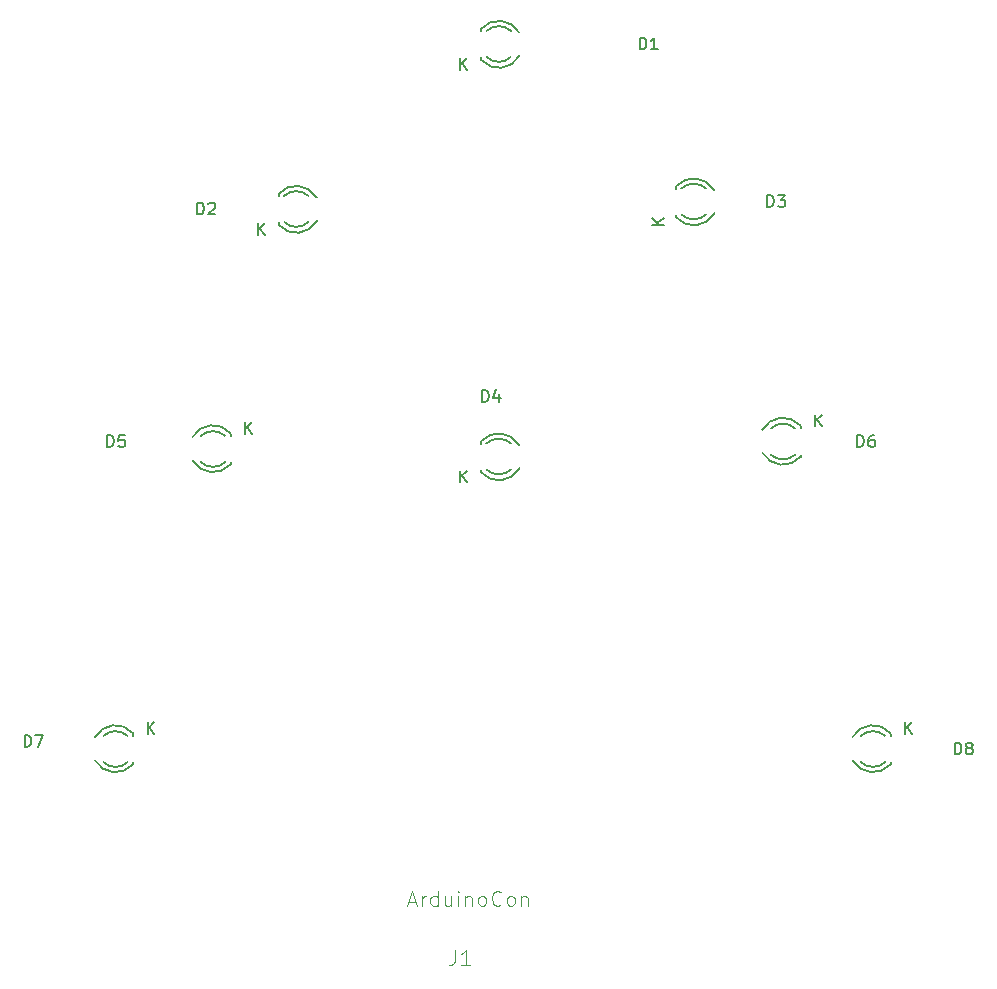
<source format=gto>
G04 #@! TF.FileFunction,Legend,Top*
%FSLAX46Y46*%
G04 Gerber Fmt 4.6, Leading zero omitted, Abs format (unit mm)*
G04 Created by KiCad (PCBNEW 4.0.1-stable) date 27/05/2016 22:40:19*
%MOMM*%
G01*
G04 APERTURE LIST*
%ADD10C,0.100000*%
%ADD11C,0.150000*%
%ADD12C,0.088900*%
G04 APERTURE END LIST*
D10*
D11*
X105211000Y-42589000D02*
X105211000Y-42389000D01*
X105211000Y-39995000D02*
X105211000Y-40175000D01*
X108438744Y-40305357D02*
G75*
G03X105211000Y-39989000I-1727744J-1003643D01*
G01*
X107763006Y-40175932D02*
G75*
G03X105660000Y-40175000I-1052006J-1133068D01*
G01*
X105223780Y-42615726D02*
G75*
G03X108461000Y-42269000I1497220J1306726D01*
G01*
X105697111Y-42388253D02*
G75*
G03X107745000Y-42369000I1013889J1079253D01*
G01*
X88066000Y-56559000D02*
X88066000Y-56359000D01*
X88066000Y-53965000D02*
X88066000Y-54145000D01*
X91293744Y-54275357D02*
G75*
G03X88066000Y-53959000I-1727744J-1003643D01*
G01*
X90618006Y-54145932D02*
G75*
G03X88515000Y-54145000I-1052006J-1133068D01*
G01*
X88078780Y-56585726D02*
G75*
G03X91316000Y-56239000I1497220J1306726D01*
G01*
X88552111Y-56358253D02*
G75*
G03X90600000Y-56339000I1013889J1079253D01*
G01*
X121721000Y-55924000D02*
X121721000Y-55724000D01*
X121721000Y-53330000D02*
X121721000Y-53510000D01*
X124948744Y-53640357D02*
G75*
G03X121721000Y-53324000I-1727744J-1003643D01*
G01*
X124273006Y-53510932D02*
G75*
G03X122170000Y-53510000I-1052006J-1133068D01*
G01*
X121733780Y-55950726D02*
G75*
G03X124971000Y-55604000I1497220J1306726D01*
G01*
X122207111Y-55723253D02*
G75*
G03X124255000Y-55704000I1013889J1079253D01*
G01*
X105211000Y-77514000D02*
X105211000Y-77314000D01*
X105211000Y-74920000D02*
X105211000Y-75100000D01*
X108438744Y-75230357D02*
G75*
G03X105211000Y-74914000I-1727744J-1003643D01*
G01*
X107763006Y-75100932D02*
G75*
G03X105660000Y-75100000I-1052006J-1133068D01*
G01*
X105223780Y-77540726D02*
G75*
G03X108461000Y-77194000I1497220J1306726D01*
G01*
X105697111Y-77313253D02*
G75*
G03X107745000Y-77294000I1013889J1079253D01*
G01*
X84019000Y-74251000D02*
X84019000Y-74451000D01*
X84019000Y-76845000D02*
X84019000Y-76665000D01*
X80791256Y-76534643D02*
G75*
G03X84019000Y-76851000I1727744J1003643D01*
G01*
X81466994Y-76664068D02*
G75*
G03X83570000Y-76665000I1052006J1133068D01*
G01*
X84006220Y-74224274D02*
G75*
G03X80769000Y-74571000I-1497220J-1306726D01*
G01*
X83532889Y-74451747D02*
G75*
G03X81485000Y-74471000I-1013889J-1079253D01*
G01*
X132279000Y-73616000D02*
X132279000Y-73816000D01*
X132279000Y-76210000D02*
X132279000Y-76030000D01*
X129051256Y-75899643D02*
G75*
G03X132279000Y-76216000I1727744J1003643D01*
G01*
X129726994Y-76029068D02*
G75*
G03X131830000Y-76030000I1052006J1133068D01*
G01*
X132266220Y-73589274D02*
G75*
G03X129029000Y-73936000I-1497220J-1306726D01*
G01*
X131792889Y-73816747D02*
G75*
G03X129745000Y-73836000I-1013889J-1079253D01*
G01*
X75764000Y-99651000D02*
X75764000Y-99851000D01*
X75764000Y-102245000D02*
X75764000Y-102065000D01*
X72536256Y-101934643D02*
G75*
G03X75764000Y-102251000I1727744J1003643D01*
G01*
X73211994Y-102064068D02*
G75*
G03X75315000Y-102065000I1052006J1133068D01*
G01*
X75751220Y-99624274D02*
G75*
G03X72514000Y-99971000I-1497220J-1306726D01*
G01*
X75277889Y-99851747D02*
G75*
G03X73230000Y-99871000I-1013889J-1079253D01*
G01*
X139899000Y-99651000D02*
X139899000Y-99851000D01*
X139899000Y-102245000D02*
X139899000Y-102065000D01*
X136671256Y-101934643D02*
G75*
G03X139899000Y-102251000I1727744J1003643D01*
G01*
X137346994Y-102064068D02*
G75*
G03X139450000Y-102065000I1052006J1133068D01*
G01*
X139886220Y-99624274D02*
G75*
G03X136649000Y-99971000I-1497220J-1306726D01*
G01*
X139412889Y-99851747D02*
G75*
G03X137365000Y-99871000I-1013889J-1079253D01*
G01*
D12*
X103005467Y-117973324D02*
X103005467Y-118880467D01*
X102944991Y-119061895D01*
X102824039Y-119182848D01*
X102642610Y-119243324D01*
X102521658Y-119243324D01*
X104275467Y-119243324D02*
X103549753Y-119243324D01*
X103912610Y-119243324D02*
X103912610Y-117973324D01*
X103791658Y-118154752D01*
X103670705Y-118275705D01*
X103549753Y-118336181D01*
X99060000Y-113876667D02*
X99664762Y-113876667D01*
X98939047Y-114239524D02*
X99362381Y-112969524D01*
X99785714Y-114239524D01*
X100209047Y-114239524D02*
X100209047Y-113392857D01*
X100209047Y-113634762D02*
X100269523Y-113513810D01*
X100329999Y-113453333D01*
X100450952Y-113392857D01*
X100571904Y-113392857D01*
X101539523Y-114239524D02*
X101539523Y-112969524D01*
X101539523Y-114179048D02*
X101418570Y-114239524D01*
X101176666Y-114239524D01*
X101055713Y-114179048D01*
X100995237Y-114118571D01*
X100934761Y-113997619D01*
X100934761Y-113634762D01*
X100995237Y-113513810D01*
X101055713Y-113453333D01*
X101176666Y-113392857D01*
X101418570Y-113392857D01*
X101539523Y-113453333D01*
X102688571Y-113392857D02*
X102688571Y-114239524D01*
X102144285Y-113392857D02*
X102144285Y-114058095D01*
X102204761Y-114179048D01*
X102325714Y-114239524D01*
X102507142Y-114239524D01*
X102628094Y-114179048D01*
X102688571Y-114118571D01*
X103293333Y-114239524D02*
X103293333Y-113392857D01*
X103293333Y-112969524D02*
X103232857Y-113030000D01*
X103293333Y-113090476D01*
X103353809Y-113030000D01*
X103293333Y-112969524D01*
X103293333Y-113090476D01*
X103898095Y-113392857D02*
X103898095Y-114239524D01*
X103898095Y-113513810D02*
X103958571Y-113453333D01*
X104079524Y-113392857D01*
X104260952Y-113392857D01*
X104381904Y-113453333D01*
X104442381Y-113574286D01*
X104442381Y-114239524D01*
X105228572Y-114239524D02*
X105107619Y-114179048D01*
X105047143Y-114118571D01*
X104986667Y-113997619D01*
X104986667Y-113634762D01*
X105047143Y-113513810D01*
X105107619Y-113453333D01*
X105228572Y-113392857D01*
X105410000Y-113392857D01*
X105530952Y-113453333D01*
X105591429Y-113513810D01*
X105651905Y-113634762D01*
X105651905Y-113997619D01*
X105591429Y-114118571D01*
X105530952Y-114179048D01*
X105410000Y-114239524D01*
X105228572Y-114239524D01*
X106921905Y-114118571D02*
X106861429Y-114179048D01*
X106680000Y-114239524D01*
X106559048Y-114239524D01*
X106377620Y-114179048D01*
X106256667Y-114058095D01*
X106196191Y-113937143D01*
X106135715Y-113695238D01*
X106135715Y-113513810D01*
X106196191Y-113271905D01*
X106256667Y-113150952D01*
X106377620Y-113030000D01*
X106559048Y-112969524D01*
X106680000Y-112969524D01*
X106861429Y-113030000D01*
X106921905Y-113090476D01*
X107647620Y-114239524D02*
X107526667Y-114179048D01*
X107466191Y-114118571D01*
X107405715Y-113997619D01*
X107405715Y-113634762D01*
X107466191Y-113513810D01*
X107526667Y-113453333D01*
X107647620Y-113392857D01*
X107829048Y-113392857D01*
X107950000Y-113453333D01*
X108010477Y-113513810D01*
X108070953Y-113634762D01*
X108070953Y-113997619D01*
X108010477Y-114118571D01*
X107950000Y-114179048D01*
X107829048Y-114239524D01*
X107647620Y-114239524D01*
X108615239Y-113392857D02*
X108615239Y-114239524D01*
X108615239Y-113513810D02*
X108675715Y-113453333D01*
X108796668Y-113392857D01*
X108978096Y-113392857D01*
X109099048Y-113453333D01*
X109159525Y-113574286D01*
X109159525Y-114239524D01*
D11*
X118641905Y-41727381D02*
X118641905Y-40727381D01*
X118880000Y-40727381D01*
X119022858Y-40775000D01*
X119118096Y-40870238D01*
X119165715Y-40965476D01*
X119213334Y-41155952D01*
X119213334Y-41298810D01*
X119165715Y-41489286D01*
X119118096Y-41584524D01*
X119022858Y-41679762D01*
X118880000Y-41727381D01*
X118641905Y-41727381D01*
X120165715Y-41727381D02*
X119594286Y-41727381D01*
X119880000Y-41727381D02*
X119880000Y-40727381D01*
X119784762Y-40870238D01*
X119689524Y-40965476D01*
X119594286Y-41013095D01*
X103458095Y-43467381D02*
X103458095Y-42467381D01*
X104029524Y-43467381D02*
X103600952Y-42895952D01*
X104029524Y-42467381D02*
X103458095Y-43038810D01*
X81176905Y-55697381D02*
X81176905Y-54697381D01*
X81415000Y-54697381D01*
X81557858Y-54745000D01*
X81653096Y-54840238D01*
X81700715Y-54935476D01*
X81748334Y-55125952D01*
X81748334Y-55268810D01*
X81700715Y-55459286D01*
X81653096Y-55554524D01*
X81557858Y-55649762D01*
X81415000Y-55697381D01*
X81176905Y-55697381D01*
X82129286Y-54792619D02*
X82176905Y-54745000D01*
X82272143Y-54697381D01*
X82510239Y-54697381D01*
X82605477Y-54745000D01*
X82653096Y-54792619D01*
X82700715Y-54887857D01*
X82700715Y-54983095D01*
X82653096Y-55125952D01*
X82081667Y-55697381D01*
X82700715Y-55697381D01*
X86313095Y-57437381D02*
X86313095Y-56437381D01*
X86884524Y-57437381D02*
X86455952Y-56865952D01*
X86884524Y-56437381D02*
X86313095Y-57008810D01*
X129436905Y-55062381D02*
X129436905Y-54062381D01*
X129675000Y-54062381D01*
X129817858Y-54110000D01*
X129913096Y-54205238D01*
X129960715Y-54300476D01*
X130008334Y-54490952D01*
X130008334Y-54633810D01*
X129960715Y-54824286D01*
X129913096Y-54919524D01*
X129817858Y-55014762D01*
X129675000Y-55062381D01*
X129436905Y-55062381D01*
X130341667Y-54062381D02*
X130960715Y-54062381D01*
X130627381Y-54443333D01*
X130770239Y-54443333D01*
X130865477Y-54490952D01*
X130913096Y-54538571D01*
X130960715Y-54633810D01*
X130960715Y-54871905D01*
X130913096Y-54967143D01*
X130865477Y-55014762D01*
X130770239Y-55062381D01*
X130484524Y-55062381D01*
X130389286Y-55014762D01*
X130341667Y-54967143D01*
X120682381Y-56611905D02*
X119682381Y-56611905D01*
X120682381Y-56040476D02*
X120110952Y-56469048D01*
X119682381Y-56040476D02*
X120253810Y-56611905D01*
X105306905Y-71572381D02*
X105306905Y-70572381D01*
X105545000Y-70572381D01*
X105687858Y-70620000D01*
X105783096Y-70715238D01*
X105830715Y-70810476D01*
X105878334Y-71000952D01*
X105878334Y-71143810D01*
X105830715Y-71334286D01*
X105783096Y-71429524D01*
X105687858Y-71524762D01*
X105545000Y-71572381D01*
X105306905Y-71572381D01*
X106735477Y-70905714D02*
X106735477Y-71572381D01*
X106497381Y-70524762D02*
X106259286Y-71239048D01*
X106878334Y-71239048D01*
X103458095Y-78392381D02*
X103458095Y-77392381D01*
X104029524Y-78392381D02*
X103600952Y-77820952D01*
X104029524Y-77392381D02*
X103458095Y-77963810D01*
X73556905Y-75382381D02*
X73556905Y-74382381D01*
X73795000Y-74382381D01*
X73937858Y-74430000D01*
X74033096Y-74525238D01*
X74080715Y-74620476D01*
X74128334Y-74810952D01*
X74128334Y-74953810D01*
X74080715Y-75144286D01*
X74033096Y-75239524D01*
X73937858Y-75334762D01*
X73795000Y-75382381D01*
X73556905Y-75382381D01*
X75033096Y-74382381D02*
X74556905Y-74382381D01*
X74509286Y-74858571D01*
X74556905Y-74810952D01*
X74652143Y-74763333D01*
X74890239Y-74763333D01*
X74985477Y-74810952D01*
X75033096Y-74858571D01*
X75080715Y-74953810D01*
X75080715Y-75191905D01*
X75033096Y-75287143D01*
X74985477Y-75334762D01*
X74890239Y-75382381D01*
X74652143Y-75382381D01*
X74556905Y-75334762D01*
X74509286Y-75287143D01*
X85248095Y-74277381D02*
X85248095Y-73277381D01*
X85819524Y-74277381D02*
X85390952Y-73705952D01*
X85819524Y-73277381D02*
X85248095Y-73848810D01*
X137056905Y-75382381D02*
X137056905Y-74382381D01*
X137295000Y-74382381D01*
X137437858Y-74430000D01*
X137533096Y-74525238D01*
X137580715Y-74620476D01*
X137628334Y-74810952D01*
X137628334Y-74953810D01*
X137580715Y-75144286D01*
X137533096Y-75239524D01*
X137437858Y-75334762D01*
X137295000Y-75382381D01*
X137056905Y-75382381D01*
X138485477Y-74382381D02*
X138295000Y-74382381D01*
X138199762Y-74430000D01*
X138152143Y-74477619D01*
X138056905Y-74620476D01*
X138009286Y-74810952D01*
X138009286Y-75191905D01*
X138056905Y-75287143D01*
X138104524Y-75334762D01*
X138199762Y-75382381D01*
X138390239Y-75382381D01*
X138485477Y-75334762D01*
X138533096Y-75287143D01*
X138580715Y-75191905D01*
X138580715Y-74953810D01*
X138533096Y-74858571D01*
X138485477Y-74810952D01*
X138390239Y-74763333D01*
X138199762Y-74763333D01*
X138104524Y-74810952D01*
X138056905Y-74858571D01*
X138009286Y-74953810D01*
X133508095Y-73642381D02*
X133508095Y-72642381D01*
X134079524Y-73642381D02*
X133650952Y-73070952D01*
X134079524Y-72642381D02*
X133508095Y-73213810D01*
X66571905Y-100782381D02*
X66571905Y-99782381D01*
X66810000Y-99782381D01*
X66952858Y-99830000D01*
X67048096Y-99925238D01*
X67095715Y-100020476D01*
X67143334Y-100210952D01*
X67143334Y-100353810D01*
X67095715Y-100544286D01*
X67048096Y-100639524D01*
X66952858Y-100734762D01*
X66810000Y-100782381D01*
X66571905Y-100782381D01*
X67476667Y-99782381D02*
X68143334Y-99782381D01*
X67714762Y-100782381D01*
X76993095Y-99677381D02*
X76993095Y-98677381D01*
X77564524Y-99677381D02*
X77135952Y-99105952D01*
X77564524Y-98677381D02*
X76993095Y-99248810D01*
X145311905Y-101417381D02*
X145311905Y-100417381D01*
X145550000Y-100417381D01*
X145692858Y-100465000D01*
X145788096Y-100560238D01*
X145835715Y-100655476D01*
X145883334Y-100845952D01*
X145883334Y-100988810D01*
X145835715Y-101179286D01*
X145788096Y-101274524D01*
X145692858Y-101369762D01*
X145550000Y-101417381D01*
X145311905Y-101417381D01*
X146454762Y-100845952D02*
X146359524Y-100798333D01*
X146311905Y-100750714D01*
X146264286Y-100655476D01*
X146264286Y-100607857D01*
X146311905Y-100512619D01*
X146359524Y-100465000D01*
X146454762Y-100417381D01*
X146645239Y-100417381D01*
X146740477Y-100465000D01*
X146788096Y-100512619D01*
X146835715Y-100607857D01*
X146835715Y-100655476D01*
X146788096Y-100750714D01*
X146740477Y-100798333D01*
X146645239Y-100845952D01*
X146454762Y-100845952D01*
X146359524Y-100893571D01*
X146311905Y-100941190D01*
X146264286Y-101036429D01*
X146264286Y-101226905D01*
X146311905Y-101322143D01*
X146359524Y-101369762D01*
X146454762Y-101417381D01*
X146645239Y-101417381D01*
X146740477Y-101369762D01*
X146788096Y-101322143D01*
X146835715Y-101226905D01*
X146835715Y-101036429D01*
X146788096Y-100941190D01*
X146740477Y-100893571D01*
X146645239Y-100845952D01*
X141128095Y-99677381D02*
X141128095Y-98677381D01*
X141699524Y-99677381D02*
X141270952Y-99105952D01*
X141699524Y-98677381D02*
X141128095Y-99248810D01*
M02*

</source>
